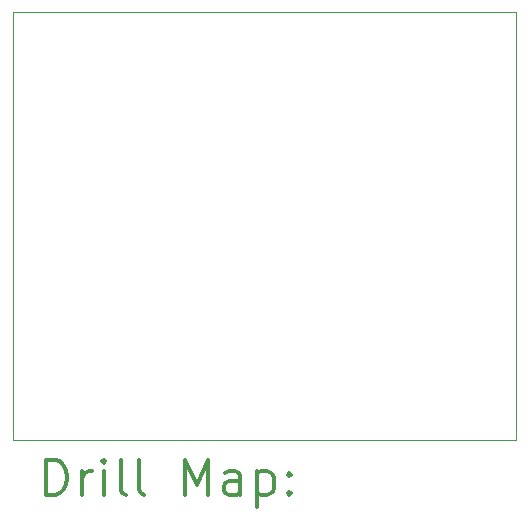
<source format=gbr>
%FSLAX45Y45*%
G04 Gerber Fmt 4.5, Leading zero omitted, Abs format (unit mm)*
G04 Created by KiCad (PCBNEW (5.1.7)-1) date 2021-07-31 20:16:46*
%MOMM*%
%LPD*%
G01*
G04 APERTURE LIST*
%TA.AperFunction,Profile*%
%ADD10C,0.050000*%
%TD*%
%ADD11C,0.200000*%
%ADD12C,0.300000*%
G04 APERTURE END LIST*
D10*
X4386000Y-2400000D02*
X4386000Y-6020000D01*
X8642000Y-2400000D02*
X4386000Y-2400000D01*
X8642000Y-6020000D02*
X8642000Y-2400000D01*
X4386000Y-6020000D02*
X8642000Y-6020000D01*
D11*
D12*
X4669928Y-6488214D02*
X4669928Y-6188214D01*
X4741357Y-6188214D01*
X4784214Y-6202500D01*
X4812786Y-6231071D01*
X4827071Y-6259643D01*
X4841357Y-6316786D01*
X4841357Y-6359643D01*
X4827071Y-6416786D01*
X4812786Y-6445357D01*
X4784214Y-6473929D01*
X4741357Y-6488214D01*
X4669928Y-6488214D01*
X4969928Y-6488214D02*
X4969928Y-6288214D01*
X4969928Y-6345357D02*
X4984214Y-6316786D01*
X4998500Y-6302500D01*
X5027071Y-6288214D01*
X5055643Y-6288214D01*
X5155643Y-6488214D02*
X5155643Y-6288214D01*
X5155643Y-6188214D02*
X5141357Y-6202500D01*
X5155643Y-6216786D01*
X5169928Y-6202500D01*
X5155643Y-6188214D01*
X5155643Y-6216786D01*
X5341357Y-6488214D02*
X5312786Y-6473929D01*
X5298500Y-6445357D01*
X5298500Y-6188214D01*
X5498500Y-6488214D02*
X5469928Y-6473929D01*
X5455643Y-6445357D01*
X5455643Y-6188214D01*
X5841357Y-6488214D02*
X5841357Y-6188214D01*
X5941357Y-6402500D01*
X6041357Y-6188214D01*
X6041357Y-6488214D01*
X6312786Y-6488214D02*
X6312786Y-6331071D01*
X6298500Y-6302500D01*
X6269928Y-6288214D01*
X6212786Y-6288214D01*
X6184214Y-6302500D01*
X6312786Y-6473929D02*
X6284214Y-6488214D01*
X6212786Y-6488214D01*
X6184214Y-6473929D01*
X6169928Y-6445357D01*
X6169928Y-6416786D01*
X6184214Y-6388214D01*
X6212786Y-6373929D01*
X6284214Y-6373929D01*
X6312786Y-6359643D01*
X6455643Y-6288214D02*
X6455643Y-6588214D01*
X6455643Y-6302500D02*
X6484214Y-6288214D01*
X6541357Y-6288214D01*
X6569928Y-6302500D01*
X6584214Y-6316786D01*
X6598500Y-6345357D01*
X6598500Y-6431071D01*
X6584214Y-6459643D01*
X6569928Y-6473929D01*
X6541357Y-6488214D01*
X6484214Y-6488214D01*
X6455643Y-6473929D01*
X6727071Y-6459643D02*
X6741357Y-6473929D01*
X6727071Y-6488214D01*
X6712786Y-6473929D01*
X6727071Y-6459643D01*
X6727071Y-6488214D01*
X6727071Y-6302500D02*
X6741357Y-6316786D01*
X6727071Y-6331071D01*
X6712786Y-6316786D01*
X6727071Y-6302500D01*
X6727071Y-6331071D01*
M02*

</source>
